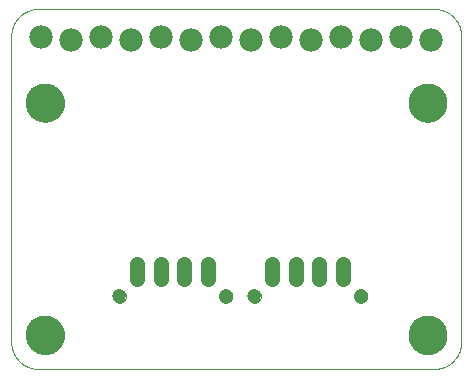
<source format=gbs>
G75*
%MOIN*%
%OFA0B0*%
%FSLAX25Y25*%
%IPPOS*%
%LPD*%
%AMOC8*
5,1,8,0,0,1.08239X$1,22.5*
%
%ADD10C,0.00000*%
%ADD11C,0.12998*%
%ADD12C,0.05156*%
%ADD13C,0.04731*%
%ADD14C,0.07800*%
D10*
X0014550Y0005550D02*
X0146550Y0005550D01*
X0146767Y0005553D01*
X0146985Y0005561D01*
X0147202Y0005574D01*
X0147419Y0005592D01*
X0147635Y0005616D01*
X0147850Y0005644D01*
X0148065Y0005678D01*
X0148279Y0005718D01*
X0148492Y0005762D01*
X0148704Y0005812D01*
X0148914Y0005866D01*
X0149124Y0005926D01*
X0149331Y0005990D01*
X0149537Y0006060D01*
X0149741Y0006135D01*
X0149944Y0006214D01*
X0150144Y0006299D01*
X0150343Y0006388D01*
X0150539Y0006482D01*
X0150733Y0006581D01*
X0150924Y0006684D01*
X0151113Y0006792D01*
X0151299Y0006905D01*
X0151482Y0007022D01*
X0151663Y0007143D01*
X0151840Y0007269D01*
X0152014Y0007399D01*
X0152186Y0007533D01*
X0152354Y0007671D01*
X0152518Y0007813D01*
X0152679Y0007960D01*
X0152837Y0008110D01*
X0152990Y0008263D01*
X0153140Y0008421D01*
X0153287Y0008582D01*
X0153429Y0008746D01*
X0153567Y0008914D01*
X0153701Y0009086D01*
X0153831Y0009260D01*
X0153957Y0009437D01*
X0154078Y0009618D01*
X0154195Y0009801D01*
X0154308Y0009987D01*
X0154416Y0010176D01*
X0154519Y0010367D01*
X0154618Y0010561D01*
X0154712Y0010757D01*
X0154801Y0010956D01*
X0154886Y0011156D01*
X0154965Y0011359D01*
X0155040Y0011563D01*
X0155110Y0011769D01*
X0155174Y0011976D01*
X0155234Y0012186D01*
X0155288Y0012396D01*
X0155338Y0012608D01*
X0155382Y0012821D01*
X0155422Y0013035D01*
X0155456Y0013250D01*
X0155484Y0013465D01*
X0155508Y0013681D01*
X0155526Y0013898D01*
X0155539Y0014115D01*
X0155547Y0014333D01*
X0155550Y0014550D01*
X0155550Y0116550D01*
X0155547Y0116767D01*
X0155539Y0116985D01*
X0155526Y0117202D01*
X0155508Y0117419D01*
X0155484Y0117635D01*
X0155456Y0117850D01*
X0155422Y0118065D01*
X0155382Y0118279D01*
X0155338Y0118492D01*
X0155288Y0118704D01*
X0155234Y0118914D01*
X0155174Y0119124D01*
X0155110Y0119331D01*
X0155040Y0119537D01*
X0154965Y0119741D01*
X0154886Y0119944D01*
X0154801Y0120144D01*
X0154712Y0120343D01*
X0154618Y0120539D01*
X0154519Y0120733D01*
X0154416Y0120924D01*
X0154308Y0121113D01*
X0154195Y0121299D01*
X0154078Y0121482D01*
X0153957Y0121663D01*
X0153831Y0121840D01*
X0153701Y0122014D01*
X0153567Y0122186D01*
X0153429Y0122354D01*
X0153287Y0122518D01*
X0153140Y0122679D01*
X0152990Y0122837D01*
X0152837Y0122990D01*
X0152679Y0123140D01*
X0152518Y0123287D01*
X0152354Y0123429D01*
X0152186Y0123567D01*
X0152014Y0123701D01*
X0151840Y0123831D01*
X0151663Y0123957D01*
X0151482Y0124078D01*
X0151299Y0124195D01*
X0151113Y0124308D01*
X0150924Y0124416D01*
X0150733Y0124519D01*
X0150539Y0124618D01*
X0150343Y0124712D01*
X0150144Y0124801D01*
X0149944Y0124886D01*
X0149741Y0124965D01*
X0149537Y0125040D01*
X0149331Y0125110D01*
X0149124Y0125174D01*
X0148914Y0125234D01*
X0148704Y0125288D01*
X0148492Y0125338D01*
X0148279Y0125382D01*
X0148065Y0125422D01*
X0147850Y0125456D01*
X0147635Y0125484D01*
X0147419Y0125508D01*
X0147202Y0125526D01*
X0146985Y0125539D01*
X0146767Y0125547D01*
X0146550Y0125550D01*
X0014550Y0125550D01*
X0014333Y0125547D01*
X0014115Y0125539D01*
X0013898Y0125526D01*
X0013681Y0125508D01*
X0013465Y0125484D01*
X0013250Y0125456D01*
X0013035Y0125422D01*
X0012821Y0125382D01*
X0012608Y0125338D01*
X0012396Y0125288D01*
X0012186Y0125234D01*
X0011976Y0125174D01*
X0011769Y0125110D01*
X0011563Y0125040D01*
X0011359Y0124965D01*
X0011156Y0124886D01*
X0010956Y0124801D01*
X0010757Y0124712D01*
X0010561Y0124618D01*
X0010367Y0124519D01*
X0010176Y0124416D01*
X0009987Y0124308D01*
X0009801Y0124195D01*
X0009618Y0124078D01*
X0009437Y0123957D01*
X0009260Y0123831D01*
X0009086Y0123701D01*
X0008914Y0123567D01*
X0008746Y0123429D01*
X0008582Y0123287D01*
X0008421Y0123140D01*
X0008263Y0122990D01*
X0008110Y0122837D01*
X0007960Y0122679D01*
X0007813Y0122518D01*
X0007671Y0122354D01*
X0007533Y0122186D01*
X0007399Y0122014D01*
X0007269Y0121840D01*
X0007143Y0121663D01*
X0007022Y0121482D01*
X0006905Y0121299D01*
X0006792Y0121113D01*
X0006684Y0120924D01*
X0006581Y0120733D01*
X0006482Y0120539D01*
X0006388Y0120343D01*
X0006299Y0120144D01*
X0006214Y0119944D01*
X0006135Y0119741D01*
X0006060Y0119537D01*
X0005990Y0119331D01*
X0005926Y0119124D01*
X0005866Y0118914D01*
X0005812Y0118704D01*
X0005762Y0118492D01*
X0005718Y0118279D01*
X0005678Y0118065D01*
X0005644Y0117850D01*
X0005616Y0117635D01*
X0005592Y0117419D01*
X0005574Y0117202D01*
X0005561Y0116985D01*
X0005553Y0116767D01*
X0005550Y0116550D01*
X0005550Y0014550D01*
X0005553Y0014333D01*
X0005561Y0014115D01*
X0005574Y0013898D01*
X0005592Y0013681D01*
X0005616Y0013465D01*
X0005644Y0013250D01*
X0005678Y0013035D01*
X0005718Y0012821D01*
X0005762Y0012608D01*
X0005812Y0012396D01*
X0005866Y0012186D01*
X0005926Y0011976D01*
X0005990Y0011769D01*
X0006060Y0011563D01*
X0006135Y0011359D01*
X0006214Y0011156D01*
X0006299Y0010956D01*
X0006388Y0010757D01*
X0006482Y0010561D01*
X0006581Y0010367D01*
X0006684Y0010176D01*
X0006792Y0009987D01*
X0006905Y0009801D01*
X0007022Y0009618D01*
X0007143Y0009437D01*
X0007269Y0009260D01*
X0007399Y0009086D01*
X0007533Y0008914D01*
X0007671Y0008746D01*
X0007813Y0008582D01*
X0007960Y0008421D01*
X0008110Y0008263D01*
X0008263Y0008110D01*
X0008421Y0007960D01*
X0008582Y0007813D01*
X0008746Y0007671D01*
X0008914Y0007533D01*
X0009086Y0007399D01*
X0009260Y0007269D01*
X0009437Y0007143D01*
X0009618Y0007022D01*
X0009801Y0006905D01*
X0009987Y0006792D01*
X0010176Y0006684D01*
X0010367Y0006581D01*
X0010561Y0006482D01*
X0010757Y0006388D01*
X0010956Y0006299D01*
X0011156Y0006214D01*
X0011359Y0006135D01*
X0011563Y0006060D01*
X0011769Y0005990D01*
X0011976Y0005926D01*
X0012186Y0005866D01*
X0012396Y0005812D01*
X0012608Y0005762D01*
X0012821Y0005718D01*
X0013035Y0005678D01*
X0013250Y0005644D01*
X0013465Y0005616D01*
X0013681Y0005592D01*
X0013898Y0005574D01*
X0014115Y0005561D01*
X0014333Y0005553D01*
X0014550Y0005550D01*
X0010501Y0016800D02*
X0010503Y0016958D01*
X0010509Y0017116D01*
X0010519Y0017274D01*
X0010533Y0017432D01*
X0010551Y0017589D01*
X0010572Y0017746D01*
X0010598Y0017902D01*
X0010628Y0018058D01*
X0010661Y0018213D01*
X0010699Y0018366D01*
X0010740Y0018519D01*
X0010785Y0018671D01*
X0010834Y0018822D01*
X0010887Y0018971D01*
X0010943Y0019119D01*
X0011003Y0019265D01*
X0011067Y0019410D01*
X0011135Y0019553D01*
X0011206Y0019695D01*
X0011280Y0019835D01*
X0011358Y0019972D01*
X0011440Y0020108D01*
X0011524Y0020242D01*
X0011613Y0020373D01*
X0011704Y0020502D01*
X0011799Y0020629D01*
X0011896Y0020754D01*
X0011997Y0020876D01*
X0012101Y0020995D01*
X0012208Y0021112D01*
X0012318Y0021226D01*
X0012431Y0021337D01*
X0012546Y0021446D01*
X0012664Y0021551D01*
X0012785Y0021653D01*
X0012908Y0021753D01*
X0013034Y0021849D01*
X0013162Y0021942D01*
X0013292Y0022032D01*
X0013425Y0022118D01*
X0013560Y0022202D01*
X0013696Y0022281D01*
X0013835Y0022358D01*
X0013976Y0022430D01*
X0014118Y0022500D01*
X0014262Y0022565D01*
X0014408Y0022627D01*
X0014555Y0022685D01*
X0014704Y0022740D01*
X0014854Y0022791D01*
X0015005Y0022838D01*
X0015157Y0022881D01*
X0015310Y0022920D01*
X0015465Y0022956D01*
X0015620Y0022987D01*
X0015776Y0023015D01*
X0015932Y0023039D01*
X0016089Y0023059D01*
X0016247Y0023075D01*
X0016404Y0023087D01*
X0016563Y0023095D01*
X0016721Y0023099D01*
X0016879Y0023099D01*
X0017037Y0023095D01*
X0017196Y0023087D01*
X0017353Y0023075D01*
X0017511Y0023059D01*
X0017668Y0023039D01*
X0017824Y0023015D01*
X0017980Y0022987D01*
X0018135Y0022956D01*
X0018290Y0022920D01*
X0018443Y0022881D01*
X0018595Y0022838D01*
X0018746Y0022791D01*
X0018896Y0022740D01*
X0019045Y0022685D01*
X0019192Y0022627D01*
X0019338Y0022565D01*
X0019482Y0022500D01*
X0019624Y0022430D01*
X0019765Y0022358D01*
X0019904Y0022281D01*
X0020040Y0022202D01*
X0020175Y0022118D01*
X0020308Y0022032D01*
X0020438Y0021942D01*
X0020566Y0021849D01*
X0020692Y0021753D01*
X0020815Y0021653D01*
X0020936Y0021551D01*
X0021054Y0021446D01*
X0021169Y0021337D01*
X0021282Y0021226D01*
X0021392Y0021112D01*
X0021499Y0020995D01*
X0021603Y0020876D01*
X0021704Y0020754D01*
X0021801Y0020629D01*
X0021896Y0020502D01*
X0021987Y0020373D01*
X0022076Y0020242D01*
X0022160Y0020108D01*
X0022242Y0019972D01*
X0022320Y0019835D01*
X0022394Y0019695D01*
X0022465Y0019553D01*
X0022533Y0019410D01*
X0022597Y0019265D01*
X0022657Y0019119D01*
X0022713Y0018971D01*
X0022766Y0018822D01*
X0022815Y0018671D01*
X0022860Y0018519D01*
X0022901Y0018366D01*
X0022939Y0018213D01*
X0022972Y0018058D01*
X0023002Y0017902D01*
X0023028Y0017746D01*
X0023049Y0017589D01*
X0023067Y0017432D01*
X0023081Y0017274D01*
X0023091Y0017116D01*
X0023097Y0016958D01*
X0023099Y0016800D01*
X0023097Y0016642D01*
X0023091Y0016484D01*
X0023081Y0016326D01*
X0023067Y0016168D01*
X0023049Y0016011D01*
X0023028Y0015854D01*
X0023002Y0015698D01*
X0022972Y0015542D01*
X0022939Y0015387D01*
X0022901Y0015234D01*
X0022860Y0015081D01*
X0022815Y0014929D01*
X0022766Y0014778D01*
X0022713Y0014629D01*
X0022657Y0014481D01*
X0022597Y0014335D01*
X0022533Y0014190D01*
X0022465Y0014047D01*
X0022394Y0013905D01*
X0022320Y0013765D01*
X0022242Y0013628D01*
X0022160Y0013492D01*
X0022076Y0013358D01*
X0021987Y0013227D01*
X0021896Y0013098D01*
X0021801Y0012971D01*
X0021704Y0012846D01*
X0021603Y0012724D01*
X0021499Y0012605D01*
X0021392Y0012488D01*
X0021282Y0012374D01*
X0021169Y0012263D01*
X0021054Y0012154D01*
X0020936Y0012049D01*
X0020815Y0011947D01*
X0020692Y0011847D01*
X0020566Y0011751D01*
X0020438Y0011658D01*
X0020308Y0011568D01*
X0020175Y0011482D01*
X0020040Y0011398D01*
X0019904Y0011319D01*
X0019765Y0011242D01*
X0019624Y0011170D01*
X0019482Y0011100D01*
X0019338Y0011035D01*
X0019192Y0010973D01*
X0019045Y0010915D01*
X0018896Y0010860D01*
X0018746Y0010809D01*
X0018595Y0010762D01*
X0018443Y0010719D01*
X0018290Y0010680D01*
X0018135Y0010644D01*
X0017980Y0010613D01*
X0017824Y0010585D01*
X0017668Y0010561D01*
X0017511Y0010541D01*
X0017353Y0010525D01*
X0017196Y0010513D01*
X0017037Y0010505D01*
X0016879Y0010501D01*
X0016721Y0010501D01*
X0016563Y0010505D01*
X0016404Y0010513D01*
X0016247Y0010525D01*
X0016089Y0010541D01*
X0015932Y0010561D01*
X0015776Y0010585D01*
X0015620Y0010613D01*
X0015465Y0010644D01*
X0015310Y0010680D01*
X0015157Y0010719D01*
X0015005Y0010762D01*
X0014854Y0010809D01*
X0014704Y0010860D01*
X0014555Y0010915D01*
X0014408Y0010973D01*
X0014262Y0011035D01*
X0014118Y0011100D01*
X0013976Y0011170D01*
X0013835Y0011242D01*
X0013696Y0011319D01*
X0013560Y0011398D01*
X0013425Y0011482D01*
X0013292Y0011568D01*
X0013162Y0011658D01*
X0013034Y0011751D01*
X0012908Y0011847D01*
X0012785Y0011947D01*
X0012664Y0012049D01*
X0012546Y0012154D01*
X0012431Y0012263D01*
X0012318Y0012374D01*
X0012208Y0012488D01*
X0012101Y0012605D01*
X0011997Y0012724D01*
X0011896Y0012846D01*
X0011799Y0012971D01*
X0011704Y0013098D01*
X0011613Y0013227D01*
X0011524Y0013358D01*
X0011440Y0013492D01*
X0011358Y0013628D01*
X0011280Y0013765D01*
X0011206Y0013905D01*
X0011135Y0014047D01*
X0011067Y0014190D01*
X0011003Y0014335D01*
X0010943Y0014481D01*
X0010887Y0014629D01*
X0010834Y0014778D01*
X0010785Y0014929D01*
X0010740Y0015081D01*
X0010699Y0015234D01*
X0010661Y0015387D01*
X0010628Y0015542D01*
X0010598Y0015698D01*
X0010572Y0015854D01*
X0010551Y0016011D01*
X0010533Y0016168D01*
X0010519Y0016326D01*
X0010509Y0016484D01*
X0010503Y0016642D01*
X0010501Y0016800D01*
X0039418Y0029782D02*
X0039420Y0029875D01*
X0039426Y0029967D01*
X0039436Y0030059D01*
X0039450Y0030150D01*
X0039467Y0030241D01*
X0039489Y0030331D01*
X0039514Y0030420D01*
X0039543Y0030508D01*
X0039576Y0030594D01*
X0039613Y0030679D01*
X0039653Y0030763D01*
X0039697Y0030844D01*
X0039744Y0030924D01*
X0039794Y0031002D01*
X0039848Y0031077D01*
X0039905Y0031150D01*
X0039965Y0031220D01*
X0040028Y0031288D01*
X0040094Y0031353D01*
X0040162Y0031415D01*
X0040233Y0031475D01*
X0040307Y0031531D01*
X0040383Y0031584D01*
X0040461Y0031633D01*
X0040541Y0031680D01*
X0040623Y0031722D01*
X0040707Y0031762D01*
X0040792Y0031797D01*
X0040879Y0031829D01*
X0040967Y0031858D01*
X0041056Y0031882D01*
X0041146Y0031903D01*
X0041237Y0031919D01*
X0041329Y0031932D01*
X0041421Y0031941D01*
X0041514Y0031946D01*
X0041606Y0031947D01*
X0041699Y0031944D01*
X0041791Y0031937D01*
X0041883Y0031926D01*
X0041974Y0031911D01*
X0042065Y0031893D01*
X0042155Y0031870D01*
X0042243Y0031844D01*
X0042331Y0031814D01*
X0042417Y0031780D01*
X0042501Y0031743D01*
X0042584Y0031701D01*
X0042665Y0031657D01*
X0042745Y0031609D01*
X0042822Y0031558D01*
X0042896Y0031503D01*
X0042969Y0031445D01*
X0043039Y0031385D01*
X0043106Y0031321D01*
X0043170Y0031255D01*
X0043232Y0031185D01*
X0043290Y0031114D01*
X0043345Y0031040D01*
X0043397Y0030963D01*
X0043446Y0030884D01*
X0043492Y0030804D01*
X0043534Y0030721D01*
X0043572Y0030637D01*
X0043607Y0030551D01*
X0043638Y0030464D01*
X0043665Y0030376D01*
X0043688Y0030286D01*
X0043708Y0030196D01*
X0043724Y0030105D01*
X0043736Y0030013D01*
X0043744Y0029921D01*
X0043748Y0029828D01*
X0043748Y0029736D01*
X0043744Y0029643D01*
X0043736Y0029551D01*
X0043724Y0029459D01*
X0043708Y0029368D01*
X0043688Y0029278D01*
X0043665Y0029188D01*
X0043638Y0029100D01*
X0043607Y0029013D01*
X0043572Y0028927D01*
X0043534Y0028843D01*
X0043492Y0028760D01*
X0043446Y0028680D01*
X0043397Y0028601D01*
X0043345Y0028524D01*
X0043290Y0028450D01*
X0043232Y0028379D01*
X0043170Y0028309D01*
X0043106Y0028243D01*
X0043039Y0028179D01*
X0042969Y0028119D01*
X0042896Y0028061D01*
X0042822Y0028006D01*
X0042745Y0027955D01*
X0042666Y0027907D01*
X0042584Y0027863D01*
X0042501Y0027821D01*
X0042417Y0027784D01*
X0042331Y0027750D01*
X0042243Y0027720D01*
X0042155Y0027694D01*
X0042065Y0027671D01*
X0041974Y0027653D01*
X0041883Y0027638D01*
X0041791Y0027627D01*
X0041699Y0027620D01*
X0041606Y0027617D01*
X0041514Y0027618D01*
X0041421Y0027623D01*
X0041329Y0027632D01*
X0041237Y0027645D01*
X0041146Y0027661D01*
X0041056Y0027682D01*
X0040967Y0027706D01*
X0040879Y0027735D01*
X0040792Y0027767D01*
X0040707Y0027802D01*
X0040623Y0027842D01*
X0040541Y0027884D01*
X0040461Y0027931D01*
X0040383Y0027980D01*
X0040307Y0028033D01*
X0040233Y0028089D01*
X0040162Y0028149D01*
X0040094Y0028211D01*
X0040028Y0028276D01*
X0039965Y0028344D01*
X0039905Y0028414D01*
X0039848Y0028487D01*
X0039794Y0028562D01*
X0039744Y0028640D01*
X0039697Y0028720D01*
X0039653Y0028801D01*
X0039613Y0028885D01*
X0039576Y0028970D01*
X0039543Y0029056D01*
X0039514Y0029144D01*
X0039489Y0029233D01*
X0039467Y0029323D01*
X0039450Y0029414D01*
X0039436Y0029505D01*
X0039426Y0029597D01*
X0039420Y0029689D01*
X0039418Y0029782D01*
X0074852Y0029782D02*
X0074854Y0029875D01*
X0074860Y0029967D01*
X0074870Y0030059D01*
X0074884Y0030150D01*
X0074901Y0030241D01*
X0074923Y0030331D01*
X0074948Y0030420D01*
X0074977Y0030508D01*
X0075010Y0030594D01*
X0075047Y0030679D01*
X0075087Y0030763D01*
X0075131Y0030844D01*
X0075178Y0030924D01*
X0075228Y0031002D01*
X0075282Y0031077D01*
X0075339Y0031150D01*
X0075399Y0031220D01*
X0075462Y0031288D01*
X0075528Y0031353D01*
X0075596Y0031415D01*
X0075667Y0031475D01*
X0075741Y0031531D01*
X0075817Y0031584D01*
X0075895Y0031633D01*
X0075975Y0031680D01*
X0076057Y0031722D01*
X0076141Y0031762D01*
X0076226Y0031797D01*
X0076313Y0031829D01*
X0076401Y0031858D01*
X0076490Y0031882D01*
X0076580Y0031903D01*
X0076671Y0031919D01*
X0076763Y0031932D01*
X0076855Y0031941D01*
X0076948Y0031946D01*
X0077040Y0031947D01*
X0077133Y0031944D01*
X0077225Y0031937D01*
X0077317Y0031926D01*
X0077408Y0031911D01*
X0077499Y0031893D01*
X0077589Y0031870D01*
X0077677Y0031844D01*
X0077765Y0031814D01*
X0077851Y0031780D01*
X0077935Y0031743D01*
X0078018Y0031701D01*
X0078099Y0031657D01*
X0078179Y0031609D01*
X0078256Y0031558D01*
X0078330Y0031503D01*
X0078403Y0031445D01*
X0078473Y0031385D01*
X0078540Y0031321D01*
X0078604Y0031255D01*
X0078666Y0031185D01*
X0078724Y0031114D01*
X0078779Y0031040D01*
X0078831Y0030963D01*
X0078880Y0030884D01*
X0078926Y0030804D01*
X0078968Y0030721D01*
X0079006Y0030637D01*
X0079041Y0030551D01*
X0079072Y0030464D01*
X0079099Y0030376D01*
X0079122Y0030286D01*
X0079142Y0030196D01*
X0079158Y0030105D01*
X0079170Y0030013D01*
X0079178Y0029921D01*
X0079182Y0029828D01*
X0079182Y0029736D01*
X0079178Y0029643D01*
X0079170Y0029551D01*
X0079158Y0029459D01*
X0079142Y0029368D01*
X0079122Y0029278D01*
X0079099Y0029188D01*
X0079072Y0029100D01*
X0079041Y0029013D01*
X0079006Y0028927D01*
X0078968Y0028843D01*
X0078926Y0028760D01*
X0078880Y0028680D01*
X0078831Y0028601D01*
X0078779Y0028524D01*
X0078724Y0028450D01*
X0078666Y0028379D01*
X0078604Y0028309D01*
X0078540Y0028243D01*
X0078473Y0028179D01*
X0078403Y0028119D01*
X0078330Y0028061D01*
X0078256Y0028006D01*
X0078179Y0027955D01*
X0078100Y0027907D01*
X0078018Y0027863D01*
X0077935Y0027821D01*
X0077851Y0027784D01*
X0077765Y0027750D01*
X0077677Y0027720D01*
X0077589Y0027694D01*
X0077499Y0027671D01*
X0077408Y0027653D01*
X0077317Y0027638D01*
X0077225Y0027627D01*
X0077133Y0027620D01*
X0077040Y0027617D01*
X0076948Y0027618D01*
X0076855Y0027623D01*
X0076763Y0027632D01*
X0076671Y0027645D01*
X0076580Y0027661D01*
X0076490Y0027682D01*
X0076401Y0027706D01*
X0076313Y0027735D01*
X0076226Y0027767D01*
X0076141Y0027802D01*
X0076057Y0027842D01*
X0075975Y0027884D01*
X0075895Y0027931D01*
X0075817Y0027980D01*
X0075741Y0028033D01*
X0075667Y0028089D01*
X0075596Y0028149D01*
X0075528Y0028211D01*
X0075462Y0028276D01*
X0075399Y0028344D01*
X0075339Y0028414D01*
X0075282Y0028487D01*
X0075228Y0028562D01*
X0075178Y0028640D01*
X0075131Y0028720D01*
X0075087Y0028801D01*
X0075047Y0028885D01*
X0075010Y0028970D01*
X0074977Y0029056D01*
X0074948Y0029144D01*
X0074923Y0029233D01*
X0074901Y0029323D01*
X0074884Y0029414D01*
X0074870Y0029505D01*
X0074860Y0029597D01*
X0074854Y0029689D01*
X0074852Y0029782D01*
X0084418Y0029782D02*
X0084420Y0029875D01*
X0084426Y0029967D01*
X0084436Y0030059D01*
X0084450Y0030150D01*
X0084467Y0030241D01*
X0084489Y0030331D01*
X0084514Y0030420D01*
X0084543Y0030508D01*
X0084576Y0030594D01*
X0084613Y0030679D01*
X0084653Y0030763D01*
X0084697Y0030844D01*
X0084744Y0030924D01*
X0084794Y0031002D01*
X0084848Y0031077D01*
X0084905Y0031150D01*
X0084965Y0031220D01*
X0085028Y0031288D01*
X0085094Y0031353D01*
X0085162Y0031415D01*
X0085233Y0031475D01*
X0085307Y0031531D01*
X0085383Y0031584D01*
X0085461Y0031633D01*
X0085541Y0031680D01*
X0085623Y0031722D01*
X0085707Y0031762D01*
X0085792Y0031797D01*
X0085879Y0031829D01*
X0085967Y0031858D01*
X0086056Y0031882D01*
X0086146Y0031903D01*
X0086237Y0031919D01*
X0086329Y0031932D01*
X0086421Y0031941D01*
X0086514Y0031946D01*
X0086606Y0031947D01*
X0086699Y0031944D01*
X0086791Y0031937D01*
X0086883Y0031926D01*
X0086974Y0031911D01*
X0087065Y0031893D01*
X0087155Y0031870D01*
X0087243Y0031844D01*
X0087331Y0031814D01*
X0087417Y0031780D01*
X0087501Y0031743D01*
X0087584Y0031701D01*
X0087665Y0031657D01*
X0087745Y0031609D01*
X0087822Y0031558D01*
X0087896Y0031503D01*
X0087969Y0031445D01*
X0088039Y0031385D01*
X0088106Y0031321D01*
X0088170Y0031255D01*
X0088232Y0031185D01*
X0088290Y0031114D01*
X0088345Y0031040D01*
X0088397Y0030963D01*
X0088446Y0030884D01*
X0088492Y0030804D01*
X0088534Y0030721D01*
X0088572Y0030637D01*
X0088607Y0030551D01*
X0088638Y0030464D01*
X0088665Y0030376D01*
X0088688Y0030286D01*
X0088708Y0030196D01*
X0088724Y0030105D01*
X0088736Y0030013D01*
X0088744Y0029921D01*
X0088748Y0029828D01*
X0088748Y0029736D01*
X0088744Y0029643D01*
X0088736Y0029551D01*
X0088724Y0029459D01*
X0088708Y0029368D01*
X0088688Y0029278D01*
X0088665Y0029188D01*
X0088638Y0029100D01*
X0088607Y0029013D01*
X0088572Y0028927D01*
X0088534Y0028843D01*
X0088492Y0028760D01*
X0088446Y0028680D01*
X0088397Y0028601D01*
X0088345Y0028524D01*
X0088290Y0028450D01*
X0088232Y0028379D01*
X0088170Y0028309D01*
X0088106Y0028243D01*
X0088039Y0028179D01*
X0087969Y0028119D01*
X0087896Y0028061D01*
X0087822Y0028006D01*
X0087745Y0027955D01*
X0087666Y0027907D01*
X0087584Y0027863D01*
X0087501Y0027821D01*
X0087417Y0027784D01*
X0087331Y0027750D01*
X0087243Y0027720D01*
X0087155Y0027694D01*
X0087065Y0027671D01*
X0086974Y0027653D01*
X0086883Y0027638D01*
X0086791Y0027627D01*
X0086699Y0027620D01*
X0086606Y0027617D01*
X0086514Y0027618D01*
X0086421Y0027623D01*
X0086329Y0027632D01*
X0086237Y0027645D01*
X0086146Y0027661D01*
X0086056Y0027682D01*
X0085967Y0027706D01*
X0085879Y0027735D01*
X0085792Y0027767D01*
X0085707Y0027802D01*
X0085623Y0027842D01*
X0085541Y0027884D01*
X0085461Y0027931D01*
X0085383Y0027980D01*
X0085307Y0028033D01*
X0085233Y0028089D01*
X0085162Y0028149D01*
X0085094Y0028211D01*
X0085028Y0028276D01*
X0084965Y0028344D01*
X0084905Y0028414D01*
X0084848Y0028487D01*
X0084794Y0028562D01*
X0084744Y0028640D01*
X0084697Y0028720D01*
X0084653Y0028801D01*
X0084613Y0028885D01*
X0084576Y0028970D01*
X0084543Y0029056D01*
X0084514Y0029144D01*
X0084489Y0029233D01*
X0084467Y0029323D01*
X0084450Y0029414D01*
X0084436Y0029505D01*
X0084426Y0029597D01*
X0084420Y0029689D01*
X0084418Y0029782D01*
X0119852Y0029782D02*
X0119854Y0029875D01*
X0119860Y0029967D01*
X0119870Y0030059D01*
X0119884Y0030150D01*
X0119901Y0030241D01*
X0119923Y0030331D01*
X0119948Y0030420D01*
X0119977Y0030508D01*
X0120010Y0030594D01*
X0120047Y0030679D01*
X0120087Y0030763D01*
X0120131Y0030844D01*
X0120178Y0030924D01*
X0120228Y0031002D01*
X0120282Y0031077D01*
X0120339Y0031150D01*
X0120399Y0031220D01*
X0120462Y0031288D01*
X0120528Y0031353D01*
X0120596Y0031415D01*
X0120667Y0031475D01*
X0120741Y0031531D01*
X0120817Y0031584D01*
X0120895Y0031633D01*
X0120975Y0031680D01*
X0121057Y0031722D01*
X0121141Y0031762D01*
X0121226Y0031797D01*
X0121313Y0031829D01*
X0121401Y0031858D01*
X0121490Y0031882D01*
X0121580Y0031903D01*
X0121671Y0031919D01*
X0121763Y0031932D01*
X0121855Y0031941D01*
X0121948Y0031946D01*
X0122040Y0031947D01*
X0122133Y0031944D01*
X0122225Y0031937D01*
X0122317Y0031926D01*
X0122408Y0031911D01*
X0122499Y0031893D01*
X0122589Y0031870D01*
X0122677Y0031844D01*
X0122765Y0031814D01*
X0122851Y0031780D01*
X0122935Y0031743D01*
X0123018Y0031701D01*
X0123099Y0031657D01*
X0123179Y0031609D01*
X0123256Y0031558D01*
X0123330Y0031503D01*
X0123403Y0031445D01*
X0123473Y0031385D01*
X0123540Y0031321D01*
X0123604Y0031255D01*
X0123666Y0031185D01*
X0123724Y0031114D01*
X0123779Y0031040D01*
X0123831Y0030963D01*
X0123880Y0030884D01*
X0123926Y0030804D01*
X0123968Y0030721D01*
X0124006Y0030637D01*
X0124041Y0030551D01*
X0124072Y0030464D01*
X0124099Y0030376D01*
X0124122Y0030286D01*
X0124142Y0030196D01*
X0124158Y0030105D01*
X0124170Y0030013D01*
X0124178Y0029921D01*
X0124182Y0029828D01*
X0124182Y0029736D01*
X0124178Y0029643D01*
X0124170Y0029551D01*
X0124158Y0029459D01*
X0124142Y0029368D01*
X0124122Y0029278D01*
X0124099Y0029188D01*
X0124072Y0029100D01*
X0124041Y0029013D01*
X0124006Y0028927D01*
X0123968Y0028843D01*
X0123926Y0028760D01*
X0123880Y0028680D01*
X0123831Y0028601D01*
X0123779Y0028524D01*
X0123724Y0028450D01*
X0123666Y0028379D01*
X0123604Y0028309D01*
X0123540Y0028243D01*
X0123473Y0028179D01*
X0123403Y0028119D01*
X0123330Y0028061D01*
X0123256Y0028006D01*
X0123179Y0027955D01*
X0123100Y0027907D01*
X0123018Y0027863D01*
X0122935Y0027821D01*
X0122851Y0027784D01*
X0122765Y0027750D01*
X0122677Y0027720D01*
X0122589Y0027694D01*
X0122499Y0027671D01*
X0122408Y0027653D01*
X0122317Y0027638D01*
X0122225Y0027627D01*
X0122133Y0027620D01*
X0122040Y0027617D01*
X0121948Y0027618D01*
X0121855Y0027623D01*
X0121763Y0027632D01*
X0121671Y0027645D01*
X0121580Y0027661D01*
X0121490Y0027682D01*
X0121401Y0027706D01*
X0121313Y0027735D01*
X0121226Y0027767D01*
X0121141Y0027802D01*
X0121057Y0027842D01*
X0120975Y0027884D01*
X0120895Y0027931D01*
X0120817Y0027980D01*
X0120741Y0028033D01*
X0120667Y0028089D01*
X0120596Y0028149D01*
X0120528Y0028211D01*
X0120462Y0028276D01*
X0120399Y0028344D01*
X0120339Y0028414D01*
X0120282Y0028487D01*
X0120228Y0028562D01*
X0120178Y0028640D01*
X0120131Y0028720D01*
X0120087Y0028801D01*
X0120047Y0028885D01*
X0120010Y0028970D01*
X0119977Y0029056D01*
X0119948Y0029144D01*
X0119923Y0029233D01*
X0119901Y0029323D01*
X0119884Y0029414D01*
X0119870Y0029505D01*
X0119860Y0029597D01*
X0119854Y0029689D01*
X0119852Y0029782D01*
X0138001Y0016800D02*
X0138003Y0016958D01*
X0138009Y0017116D01*
X0138019Y0017274D01*
X0138033Y0017432D01*
X0138051Y0017589D01*
X0138072Y0017746D01*
X0138098Y0017902D01*
X0138128Y0018058D01*
X0138161Y0018213D01*
X0138199Y0018366D01*
X0138240Y0018519D01*
X0138285Y0018671D01*
X0138334Y0018822D01*
X0138387Y0018971D01*
X0138443Y0019119D01*
X0138503Y0019265D01*
X0138567Y0019410D01*
X0138635Y0019553D01*
X0138706Y0019695D01*
X0138780Y0019835D01*
X0138858Y0019972D01*
X0138940Y0020108D01*
X0139024Y0020242D01*
X0139113Y0020373D01*
X0139204Y0020502D01*
X0139299Y0020629D01*
X0139396Y0020754D01*
X0139497Y0020876D01*
X0139601Y0020995D01*
X0139708Y0021112D01*
X0139818Y0021226D01*
X0139931Y0021337D01*
X0140046Y0021446D01*
X0140164Y0021551D01*
X0140285Y0021653D01*
X0140408Y0021753D01*
X0140534Y0021849D01*
X0140662Y0021942D01*
X0140792Y0022032D01*
X0140925Y0022118D01*
X0141060Y0022202D01*
X0141196Y0022281D01*
X0141335Y0022358D01*
X0141476Y0022430D01*
X0141618Y0022500D01*
X0141762Y0022565D01*
X0141908Y0022627D01*
X0142055Y0022685D01*
X0142204Y0022740D01*
X0142354Y0022791D01*
X0142505Y0022838D01*
X0142657Y0022881D01*
X0142810Y0022920D01*
X0142965Y0022956D01*
X0143120Y0022987D01*
X0143276Y0023015D01*
X0143432Y0023039D01*
X0143589Y0023059D01*
X0143747Y0023075D01*
X0143904Y0023087D01*
X0144063Y0023095D01*
X0144221Y0023099D01*
X0144379Y0023099D01*
X0144537Y0023095D01*
X0144696Y0023087D01*
X0144853Y0023075D01*
X0145011Y0023059D01*
X0145168Y0023039D01*
X0145324Y0023015D01*
X0145480Y0022987D01*
X0145635Y0022956D01*
X0145790Y0022920D01*
X0145943Y0022881D01*
X0146095Y0022838D01*
X0146246Y0022791D01*
X0146396Y0022740D01*
X0146545Y0022685D01*
X0146692Y0022627D01*
X0146838Y0022565D01*
X0146982Y0022500D01*
X0147124Y0022430D01*
X0147265Y0022358D01*
X0147404Y0022281D01*
X0147540Y0022202D01*
X0147675Y0022118D01*
X0147808Y0022032D01*
X0147938Y0021942D01*
X0148066Y0021849D01*
X0148192Y0021753D01*
X0148315Y0021653D01*
X0148436Y0021551D01*
X0148554Y0021446D01*
X0148669Y0021337D01*
X0148782Y0021226D01*
X0148892Y0021112D01*
X0148999Y0020995D01*
X0149103Y0020876D01*
X0149204Y0020754D01*
X0149301Y0020629D01*
X0149396Y0020502D01*
X0149487Y0020373D01*
X0149576Y0020242D01*
X0149660Y0020108D01*
X0149742Y0019972D01*
X0149820Y0019835D01*
X0149894Y0019695D01*
X0149965Y0019553D01*
X0150033Y0019410D01*
X0150097Y0019265D01*
X0150157Y0019119D01*
X0150213Y0018971D01*
X0150266Y0018822D01*
X0150315Y0018671D01*
X0150360Y0018519D01*
X0150401Y0018366D01*
X0150439Y0018213D01*
X0150472Y0018058D01*
X0150502Y0017902D01*
X0150528Y0017746D01*
X0150549Y0017589D01*
X0150567Y0017432D01*
X0150581Y0017274D01*
X0150591Y0017116D01*
X0150597Y0016958D01*
X0150599Y0016800D01*
X0150597Y0016642D01*
X0150591Y0016484D01*
X0150581Y0016326D01*
X0150567Y0016168D01*
X0150549Y0016011D01*
X0150528Y0015854D01*
X0150502Y0015698D01*
X0150472Y0015542D01*
X0150439Y0015387D01*
X0150401Y0015234D01*
X0150360Y0015081D01*
X0150315Y0014929D01*
X0150266Y0014778D01*
X0150213Y0014629D01*
X0150157Y0014481D01*
X0150097Y0014335D01*
X0150033Y0014190D01*
X0149965Y0014047D01*
X0149894Y0013905D01*
X0149820Y0013765D01*
X0149742Y0013628D01*
X0149660Y0013492D01*
X0149576Y0013358D01*
X0149487Y0013227D01*
X0149396Y0013098D01*
X0149301Y0012971D01*
X0149204Y0012846D01*
X0149103Y0012724D01*
X0148999Y0012605D01*
X0148892Y0012488D01*
X0148782Y0012374D01*
X0148669Y0012263D01*
X0148554Y0012154D01*
X0148436Y0012049D01*
X0148315Y0011947D01*
X0148192Y0011847D01*
X0148066Y0011751D01*
X0147938Y0011658D01*
X0147808Y0011568D01*
X0147675Y0011482D01*
X0147540Y0011398D01*
X0147404Y0011319D01*
X0147265Y0011242D01*
X0147124Y0011170D01*
X0146982Y0011100D01*
X0146838Y0011035D01*
X0146692Y0010973D01*
X0146545Y0010915D01*
X0146396Y0010860D01*
X0146246Y0010809D01*
X0146095Y0010762D01*
X0145943Y0010719D01*
X0145790Y0010680D01*
X0145635Y0010644D01*
X0145480Y0010613D01*
X0145324Y0010585D01*
X0145168Y0010561D01*
X0145011Y0010541D01*
X0144853Y0010525D01*
X0144696Y0010513D01*
X0144537Y0010505D01*
X0144379Y0010501D01*
X0144221Y0010501D01*
X0144063Y0010505D01*
X0143904Y0010513D01*
X0143747Y0010525D01*
X0143589Y0010541D01*
X0143432Y0010561D01*
X0143276Y0010585D01*
X0143120Y0010613D01*
X0142965Y0010644D01*
X0142810Y0010680D01*
X0142657Y0010719D01*
X0142505Y0010762D01*
X0142354Y0010809D01*
X0142204Y0010860D01*
X0142055Y0010915D01*
X0141908Y0010973D01*
X0141762Y0011035D01*
X0141618Y0011100D01*
X0141476Y0011170D01*
X0141335Y0011242D01*
X0141196Y0011319D01*
X0141060Y0011398D01*
X0140925Y0011482D01*
X0140792Y0011568D01*
X0140662Y0011658D01*
X0140534Y0011751D01*
X0140408Y0011847D01*
X0140285Y0011947D01*
X0140164Y0012049D01*
X0140046Y0012154D01*
X0139931Y0012263D01*
X0139818Y0012374D01*
X0139708Y0012488D01*
X0139601Y0012605D01*
X0139497Y0012724D01*
X0139396Y0012846D01*
X0139299Y0012971D01*
X0139204Y0013098D01*
X0139113Y0013227D01*
X0139024Y0013358D01*
X0138940Y0013492D01*
X0138858Y0013628D01*
X0138780Y0013765D01*
X0138706Y0013905D01*
X0138635Y0014047D01*
X0138567Y0014190D01*
X0138503Y0014335D01*
X0138443Y0014481D01*
X0138387Y0014629D01*
X0138334Y0014778D01*
X0138285Y0014929D01*
X0138240Y0015081D01*
X0138199Y0015234D01*
X0138161Y0015387D01*
X0138128Y0015542D01*
X0138098Y0015698D01*
X0138072Y0015854D01*
X0138051Y0016011D01*
X0138033Y0016168D01*
X0138019Y0016326D01*
X0138009Y0016484D01*
X0138003Y0016642D01*
X0138001Y0016800D01*
X0138001Y0094300D02*
X0138003Y0094458D01*
X0138009Y0094616D01*
X0138019Y0094774D01*
X0138033Y0094932D01*
X0138051Y0095089D01*
X0138072Y0095246D01*
X0138098Y0095402D01*
X0138128Y0095558D01*
X0138161Y0095713D01*
X0138199Y0095866D01*
X0138240Y0096019D01*
X0138285Y0096171D01*
X0138334Y0096322D01*
X0138387Y0096471D01*
X0138443Y0096619D01*
X0138503Y0096765D01*
X0138567Y0096910D01*
X0138635Y0097053D01*
X0138706Y0097195D01*
X0138780Y0097335D01*
X0138858Y0097472D01*
X0138940Y0097608D01*
X0139024Y0097742D01*
X0139113Y0097873D01*
X0139204Y0098002D01*
X0139299Y0098129D01*
X0139396Y0098254D01*
X0139497Y0098376D01*
X0139601Y0098495D01*
X0139708Y0098612D01*
X0139818Y0098726D01*
X0139931Y0098837D01*
X0140046Y0098946D01*
X0140164Y0099051D01*
X0140285Y0099153D01*
X0140408Y0099253D01*
X0140534Y0099349D01*
X0140662Y0099442D01*
X0140792Y0099532D01*
X0140925Y0099618D01*
X0141060Y0099702D01*
X0141196Y0099781D01*
X0141335Y0099858D01*
X0141476Y0099930D01*
X0141618Y0100000D01*
X0141762Y0100065D01*
X0141908Y0100127D01*
X0142055Y0100185D01*
X0142204Y0100240D01*
X0142354Y0100291D01*
X0142505Y0100338D01*
X0142657Y0100381D01*
X0142810Y0100420D01*
X0142965Y0100456D01*
X0143120Y0100487D01*
X0143276Y0100515D01*
X0143432Y0100539D01*
X0143589Y0100559D01*
X0143747Y0100575D01*
X0143904Y0100587D01*
X0144063Y0100595D01*
X0144221Y0100599D01*
X0144379Y0100599D01*
X0144537Y0100595D01*
X0144696Y0100587D01*
X0144853Y0100575D01*
X0145011Y0100559D01*
X0145168Y0100539D01*
X0145324Y0100515D01*
X0145480Y0100487D01*
X0145635Y0100456D01*
X0145790Y0100420D01*
X0145943Y0100381D01*
X0146095Y0100338D01*
X0146246Y0100291D01*
X0146396Y0100240D01*
X0146545Y0100185D01*
X0146692Y0100127D01*
X0146838Y0100065D01*
X0146982Y0100000D01*
X0147124Y0099930D01*
X0147265Y0099858D01*
X0147404Y0099781D01*
X0147540Y0099702D01*
X0147675Y0099618D01*
X0147808Y0099532D01*
X0147938Y0099442D01*
X0148066Y0099349D01*
X0148192Y0099253D01*
X0148315Y0099153D01*
X0148436Y0099051D01*
X0148554Y0098946D01*
X0148669Y0098837D01*
X0148782Y0098726D01*
X0148892Y0098612D01*
X0148999Y0098495D01*
X0149103Y0098376D01*
X0149204Y0098254D01*
X0149301Y0098129D01*
X0149396Y0098002D01*
X0149487Y0097873D01*
X0149576Y0097742D01*
X0149660Y0097608D01*
X0149742Y0097472D01*
X0149820Y0097335D01*
X0149894Y0097195D01*
X0149965Y0097053D01*
X0150033Y0096910D01*
X0150097Y0096765D01*
X0150157Y0096619D01*
X0150213Y0096471D01*
X0150266Y0096322D01*
X0150315Y0096171D01*
X0150360Y0096019D01*
X0150401Y0095866D01*
X0150439Y0095713D01*
X0150472Y0095558D01*
X0150502Y0095402D01*
X0150528Y0095246D01*
X0150549Y0095089D01*
X0150567Y0094932D01*
X0150581Y0094774D01*
X0150591Y0094616D01*
X0150597Y0094458D01*
X0150599Y0094300D01*
X0150597Y0094142D01*
X0150591Y0093984D01*
X0150581Y0093826D01*
X0150567Y0093668D01*
X0150549Y0093511D01*
X0150528Y0093354D01*
X0150502Y0093198D01*
X0150472Y0093042D01*
X0150439Y0092887D01*
X0150401Y0092734D01*
X0150360Y0092581D01*
X0150315Y0092429D01*
X0150266Y0092278D01*
X0150213Y0092129D01*
X0150157Y0091981D01*
X0150097Y0091835D01*
X0150033Y0091690D01*
X0149965Y0091547D01*
X0149894Y0091405D01*
X0149820Y0091265D01*
X0149742Y0091128D01*
X0149660Y0090992D01*
X0149576Y0090858D01*
X0149487Y0090727D01*
X0149396Y0090598D01*
X0149301Y0090471D01*
X0149204Y0090346D01*
X0149103Y0090224D01*
X0148999Y0090105D01*
X0148892Y0089988D01*
X0148782Y0089874D01*
X0148669Y0089763D01*
X0148554Y0089654D01*
X0148436Y0089549D01*
X0148315Y0089447D01*
X0148192Y0089347D01*
X0148066Y0089251D01*
X0147938Y0089158D01*
X0147808Y0089068D01*
X0147675Y0088982D01*
X0147540Y0088898D01*
X0147404Y0088819D01*
X0147265Y0088742D01*
X0147124Y0088670D01*
X0146982Y0088600D01*
X0146838Y0088535D01*
X0146692Y0088473D01*
X0146545Y0088415D01*
X0146396Y0088360D01*
X0146246Y0088309D01*
X0146095Y0088262D01*
X0145943Y0088219D01*
X0145790Y0088180D01*
X0145635Y0088144D01*
X0145480Y0088113D01*
X0145324Y0088085D01*
X0145168Y0088061D01*
X0145011Y0088041D01*
X0144853Y0088025D01*
X0144696Y0088013D01*
X0144537Y0088005D01*
X0144379Y0088001D01*
X0144221Y0088001D01*
X0144063Y0088005D01*
X0143904Y0088013D01*
X0143747Y0088025D01*
X0143589Y0088041D01*
X0143432Y0088061D01*
X0143276Y0088085D01*
X0143120Y0088113D01*
X0142965Y0088144D01*
X0142810Y0088180D01*
X0142657Y0088219D01*
X0142505Y0088262D01*
X0142354Y0088309D01*
X0142204Y0088360D01*
X0142055Y0088415D01*
X0141908Y0088473D01*
X0141762Y0088535D01*
X0141618Y0088600D01*
X0141476Y0088670D01*
X0141335Y0088742D01*
X0141196Y0088819D01*
X0141060Y0088898D01*
X0140925Y0088982D01*
X0140792Y0089068D01*
X0140662Y0089158D01*
X0140534Y0089251D01*
X0140408Y0089347D01*
X0140285Y0089447D01*
X0140164Y0089549D01*
X0140046Y0089654D01*
X0139931Y0089763D01*
X0139818Y0089874D01*
X0139708Y0089988D01*
X0139601Y0090105D01*
X0139497Y0090224D01*
X0139396Y0090346D01*
X0139299Y0090471D01*
X0139204Y0090598D01*
X0139113Y0090727D01*
X0139024Y0090858D01*
X0138940Y0090992D01*
X0138858Y0091128D01*
X0138780Y0091265D01*
X0138706Y0091405D01*
X0138635Y0091547D01*
X0138567Y0091690D01*
X0138503Y0091835D01*
X0138443Y0091981D01*
X0138387Y0092129D01*
X0138334Y0092278D01*
X0138285Y0092429D01*
X0138240Y0092581D01*
X0138199Y0092734D01*
X0138161Y0092887D01*
X0138128Y0093042D01*
X0138098Y0093198D01*
X0138072Y0093354D01*
X0138051Y0093511D01*
X0138033Y0093668D01*
X0138019Y0093826D01*
X0138009Y0093984D01*
X0138003Y0094142D01*
X0138001Y0094300D01*
X0010501Y0094300D02*
X0010503Y0094458D01*
X0010509Y0094616D01*
X0010519Y0094774D01*
X0010533Y0094932D01*
X0010551Y0095089D01*
X0010572Y0095246D01*
X0010598Y0095402D01*
X0010628Y0095558D01*
X0010661Y0095713D01*
X0010699Y0095866D01*
X0010740Y0096019D01*
X0010785Y0096171D01*
X0010834Y0096322D01*
X0010887Y0096471D01*
X0010943Y0096619D01*
X0011003Y0096765D01*
X0011067Y0096910D01*
X0011135Y0097053D01*
X0011206Y0097195D01*
X0011280Y0097335D01*
X0011358Y0097472D01*
X0011440Y0097608D01*
X0011524Y0097742D01*
X0011613Y0097873D01*
X0011704Y0098002D01*
X0011799Y0098129D01*
X0011896Y0098254D01*
X0011997Y0098376D01*
X0012101Y0098495D01*
X0012208Y0098612D01*
X0012318Y0098726D01*
X0012431Y0098837D01*
X0012546Y0098946D01*
X0012664Y0099051D01*
X0012785Y0099153D01*
X0012908Y0099253D01*
X0013034Y0099349D01*
X0013162Y0099442D01*
X0013292Y0099532D01*
X0013425Y0099618D01*
X0013560Y0099702D01*
X0013696Y0099781D01*
X0013835Y0099858D01*
X0013976Y0099930D01*
X0014118Y0100000D01*
X0014262Y0100065D01*
X0014408Y0100127D01*
X0014555Y0100185D01*
X0014704Y0100240D01*
X0014854Y0100291D01*
X0015005Y0100338D01*
X0015157Y0100381D01*
X0015310Y0100420D01*
X0015465Y0100456D01*
X0015620Y0100487D01*
X0015776Y0100515D01*
X0015932Y0100539D01*
X0016089Y0100559D01*
X0016247Y0100575D01*
X0016404Y0100587D01*
X0016563Y0100595D01*
X0016721Y0100599D01*
X0016879Y0100599D01*
X0017037Y0100595D01*
X0017196Y0100587D01*
X0017353Y0100575D01*
X0017511Y0100559D01*
X0017668Y0100539D01*
X0017824Y0100515D01*
X0017980Y0100487D01*
X0018135Y0100456D01*
X0018290Y0100420D01*
X0018443Y0100381D01*
X0018595Y0100338D01*
X0018746Y0100291D01*
X0018896Y0100240D01*
X0019045Y0100185D01*
X0019192Y0100127D01*
X0019338Y0100065D01*
X0019482Y0100000D01*
X0019624Y0099930D01*
X0019765Y0099858D01*
X0019904Y0099781D01*
X0020040Y0099702D01*
X0020175Y0099618D01*
X0020308Y0099532D01*
X0020438Y0099442D01*
X0020566Y0099349D01*
X0020692Y0099253D01*
X0020815Y0099153D01*
X0020936Y0099051D01*
X0021054Y0098946D01*
X0021169Y0098837D01*
X0021282Y0098726D01*
X0021392Y0098612D01*
X0021499Y0098495D01*
X0021603Y0098376D01*
X0021704Y0098254D01*
X0021801Y0098129D01*
X0021896Y0098002D01*
X0021987Y0097873D01*
X0022076Y0097742D01*
X0022160Y0097608D01*
X0022242Y0097472D01*
X0022320Y0097335D01*
X0022394Y0097195D01*
X0022465Y0097053D01*
X0022533Y0096910D01*
X0022597Y0096765D01*
X0022657Y0096619D01*
X0022713Y0096471D01*
X0022766Y0096322D01*
X0022815Y0096171D01*
X0022860Y0096019D01*
X0022901Y0095866D01*
X0022939Y0095713D01*
X0022972Y0095558D01*
X0023002Y0095402D01*
X0023028Y0095246D01*
X0023049Y0095089D01*
X0023067Y0094932D01*
X0023081Y0094774D01*
X0023091Y0094616D01*
X0023097Y0094458D01*
X0023099Y0094300D01*
X0023097Y0094142D01*
X0023091Y0093984D01*
X0023081Y0093826D01*
X0023067Y0093668D01*
X0023049Y0093511D01*
X0023028Y0093354D01*
X0023002Y0093198D01*
X0022972Y0093042D01*
X0022939Y0092887D01*
X0022901Y0092734D01*
X0022860Y0092581D01*
X0022815Y0092429D01*
X0022766Y0092278D01*
X0022713Y0092129D01*
X0022657Y0091981D01*
X0022597Y0091835D01*
X0022533Y0091690D01*
X0022465Y0091547D01*
X0022394Y0091405D01*
X0022320Y0091265D01*
X0022242Y0091128D01*
X0022160Y0090992D01*
X0022076Y0090858D01*
X0021987Y0090727D01*
X0021896Y0090598D01*
X0021801Y0090471D01*
X0021704Y0090346D01*
X0021603Y0090224D01*
X0021499Y0090105D01*
X0021392Y0089988D01*
X0021282Y0089874D01*
X0021169Y0089763D01*
X0021054Y0089654D01*
X0020936Y0089549D01*
X0020815Y0089447D01*
X0020692Y0089347D01*
X0020566Y0089251D01*
X0020438Y0089158D01*
X0020308Y0089068D01*
X0020175Y0088982D01*
X0020040Y0088898D01*
X0019904Y0088819D01*
X0019765Y0088742D01*
X0019624Y0088670D01*
X0019482Y0088600D01*
X0019338Y0088535D01*
X0019192Y0088473D01*
X0019045Y0088415D01*
X0018896Y0088360D01*
X0018746Y0088309D01*
X0018595Y0088262D01*
X0018443Y0088219D01*
X0018290Y0088180D01*
X0018135Y0088144D01*
X0017980Y0088113D01*
X0017824Y0088085D01*
X0017668Y0088061D01*
X0017511Y0088041D01*
X0017353Y0088025D01*
X0017196Y0088013D01*
X0017037Y0088005D01*
X0016879Y0088001D01*
X0016721Y0088001D01*
X0016563Y0088005D01*
X0016404Y0088013D01*
X0016247Y0088025D01*
X0016089Y0088041D01*
X0015932Y0088061D01*
X0015776Y0088085D01*
X0015620Y0088113D01*
X0015465Y0088144D01*
X0015310Y0088180D01*
X0015157Y0088219D01*
X0015005Y0088262D01*
X0014854Y0088309D01*
X0014704Y0088360D01*
X0014555Y0088415D01*
X0014408Y0088473D01*
X0014262Y0088535D01*
X0014118Y0088600D01*
X0013976Y0088670D01*
X0013835Y0088742D01*
X0013696Y0088819D01*
X0013560Y0088898D01*
X0013425Y0088982D01*
X0013292Y0089068D01*
X0013162Y0089158D01*
X0013034Y0089251D01*
X0012908Y0089347D01*
X0012785Y0089447D01*
X0012664Y0089549D01*
X0012546Y0089654D01*
X0012431Y0089763D01*
X0012318Y0089874D01*
X0012208Y0089988D01*
X0012101Y0090105D01*
X0011997Y0090224D01*
X0011896Y0090346D01*
X0011799Y0090471D01*
X0011704Y0090598D01*
X0011613Y0090727D01*
X0011524Y0090858D01*
X0011440Y0090992D01*
X0011358Y0091128D01*
X0011280Y0091265D01*
X0011206Y0091405D01*
X0011135Y0091547D01*
X0011067Y0091690D01*
X0011003Y0091835D01*
X0010943Y0091981D01*
X0010887Y0092129D01*
X0010834Y0092278D01*
X0010785Y0092429D01*
X0010740Y0092581D01*
X0010699Y0092734D01*
X0010661Y0092887D01*
X0010628Y0093042D01*
X0010598Y0093198D01*
X0010572Y0093354D01*
X0010551Y0093511D01*
X0010533Y0093668D01*
X0010519Y0093826D01*
X0010509Y0093984D01*
X0010503Y0094142D01*
X0010501Y0094300D01*
D11*
X0016800Y0094300D03*
X0016800Y0016800D03*
X0144300Y0016800D03*
X0144300Y0094300D03*
D12*
X0116111Y0040428D02*
X0116111Y0035672D01*
X0108237Y0035672D02*
X0108237Y0040428D01*
X0100363Y0040428D02*
X0100363Y0035672D01*
X0092489Y0035672D02*
X0092489Y0040428D01*
X0071111Y0040428D02*
X0071111Y0035672D01*
X0063237Y0035672D02*
X0063237Y0040428D01*
X0055363Y0040428D02*
X0055363Y0035672D01*
X0047489Y0035672D02*
X0047489Y0040428D01*
D13*
X0041583Y0029782D03*
X0077017Y0029782D03*
X0086583Y0029782D03*
X0122017Y0029782D03*
D14*
X0125550Y0115050D03*
X0115550Y0116050D03*
X0105550Y0115050D03*
X0095550Y0116050D03*
X0085550Y0115050D03*
X0075550Y0116050D03*
X0065550Y0115050D03*
X0055550Y0116050D03*
X0045550Y0115050D03*
X0035550Y0116050D03*
X0025550Y0115050D03*
X0015550Y0116050D03*
X0135550Y0116050D03*
X0145550Y0115050D03*
M02*

</source>
